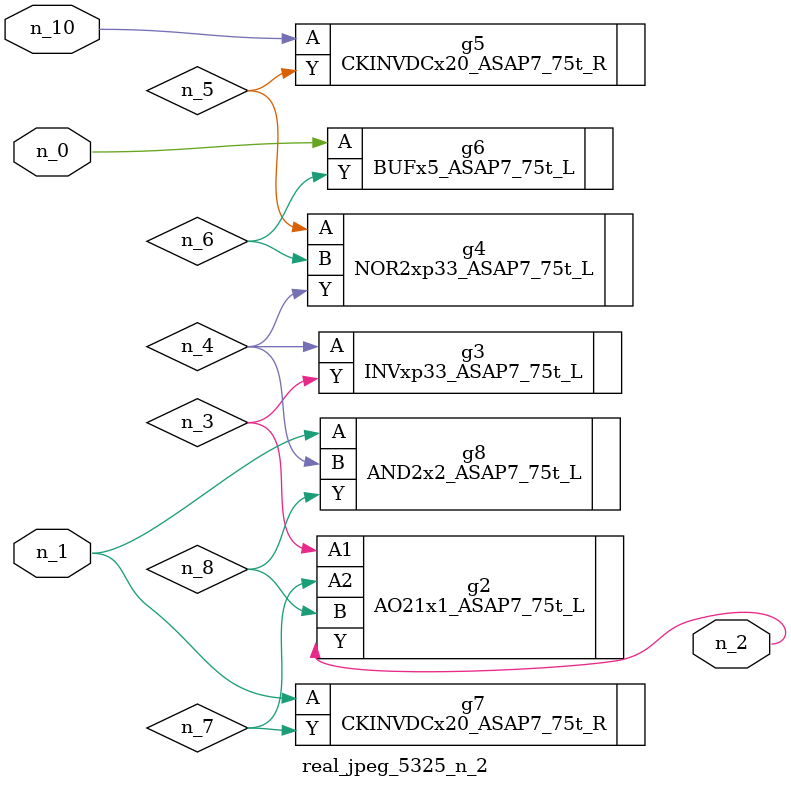
<source format=v>
module real_jpeg_5325_n_2 (n_1, n_10, n_0, n_2);

input n_1;
input n_10;
input n_0;

output n_2;

wire n_5;
wire n_4;
wire n_8;
wire n_6;
wire n_7;
wire n_3;

BUFx5_ASAP7_75t_L g6 ( 
.A(n_0),
.Y(n_6)
);

CKINVDCx20_ASAP7_75t_R g7 ( 
.A(n_1),
.Y(n_7)
);

AND2x2_ASAP7_75t_L g8 ( 
.A(n_1),
.B(n_4),
.Y(n_8)
);

AO21x1_ASAP7_75t_L g2 ( 
.A1(n_3),
.A2(n_7),
.B(n_8),
.Y(n_2)
);

INVxp33_ASAP7_75t_L g3 ( 
.A(n_4),
.Y(n_3)
);

NOR2xp33_ASAP7_75t_L g4 ( 
.A(n_5),
.B(n_6),
.Y(n_4)
);

CKINVDCx20_ASAP7_75t_R g5 ( 
.A(n_10),
.Y(n_5)
);


endmodule
</source>
